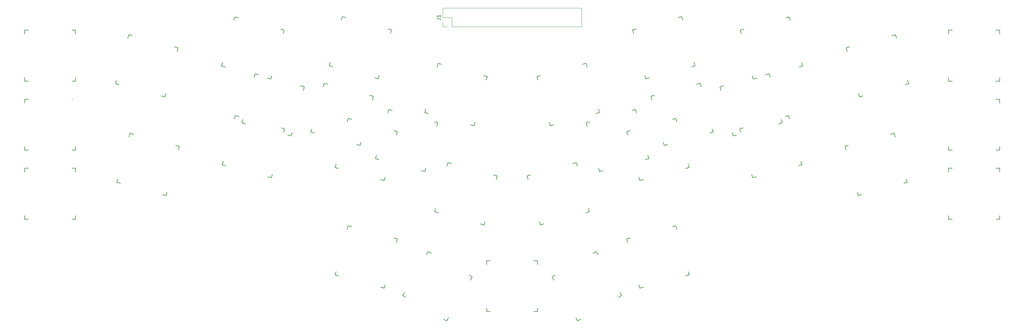
<source format=gto>
%TF.GenerationSoftware,KiCad,Pcbnew,(5.1.10)-1*%
%TF.CreationDate,2022-02-26T14:39:07-08:00*%
%TF.ProjectId,keefighter,6b656566-6967-4687-9465-722e6b696361,rev?*%
%TF.SameCoordinates,Original*%
%TF.FileFunction,Legend,Top*%
%TF.FilePolarity,Positive*%
%FSLAX46Y46*%
G04 Gerber Fmt 4.6, Leading zero omitted, Abs format (unit mm)*
G04 Created by KiCad (PCBNEW (5.1.10)-1) date 2022-02-26 14:39:07*
%MOMM*%
%LPD*%
G01*
G04 APERTURE LIST*
%ADD10C,0.120000*%
%ADD11C,0.150000*%
%ADD12C,2.501900*%
%ADD13C,7.001300*%
%ADD14C,7.000240*%
%ADD15C,1.000000*%
%ADD16C,4.400000*%
%ADD17C,0.650000*%
%ADD18O,1.000000X2.100000*%
%ADD19O,1.000000X1.600000*%
%ADD20R,1.700000X1.700000*%
%ADD21O,1.700000X1.700000*%
%ADD22C,3.000000*%
%ADD23C,3.429000*%
%ADD24C,1.701800*%
%ADD25C,0.900000*%
G04 APERTURE END LIST*
D10*
X228126854Y-104715684D02*
X228126854Y-99515684D01*
X192506854Y-104715684D02*
X228126854Y-104715684D01*
X189906854Y-99515684D02*
X228126854Y-99515684D01*
X192506854Y-104715684D02*
X192506854Y-102115684D01*
X192506854Y-102115684D02*
X189906854Y-102115684D01*
X189906854Y-102115684D02*
X189906854Y-99515684D01*
X191236854Y-104715684D02*
X189906854Y-104715684D01*
X189906854Y-104715684D02*
X189906854Y-103385684D01*
D11*
X226651298Y-142115353D02*
X225685373Y-142374172D01*
X226651298Y-142115353D02*
X226910118Y-143081279D01*
X229308839Y-155897134D02*
X230274765Y-155638314D01*
X230274765Y-155638314D02*
X229308839Y-155897134D01*
X230015946Y-154672389D02*
X230274765Y-155638314D01*
X216751804Y-159261781D02*
X216492984Y-158295855D01*
X214094263Y-145480000D02*
X213128337Y-145738820D01*
X216751804Y-159261781D02*
X217717729Y-159002962D01*
X213387156Y-146704745D02*
X213128337Y-145738820D01*
X269751441Y-134767465D02*
X270717366Y-134508646D01*
X269751441Y-134767465D02*
X269492621Y-133801539D01*
X267093900Y-120985684D02*
X266127974Y-121244504D01*
X266127974Y-121244504D02*
X267093900Y-120985684D01*
X266386793Y-122210429D02*
X266127974Y-121244504D01*
X279650935Y-117621037D02*
X279909755Y-118586963D01*
X282308476Y-131402818D02*
X283274402Y-131143998D01*
X279650935Y-117621037D02*
X278685010Y-117879856D01*
X283015583Y-130178073D02*
X283274402Y-131143998D01*
X250781212Y-137387248D02*
X251747137Y-137128429D01*
X250781212Y-137387248D02*
X250522392Y-136421322D01*
X248123671Y-123605467D02*
X247157745Y-123864287D01*
X247157745Y-123864287D02*
X248123671Y-123605467D01*
X247416564Y-124830212D02*
X247157745Y-123864287D01*
X260680706Y-120240820D02*
X260939526Y-121206746D01*
X263338247Y-134022601D02*
X264304173Y-133763781D01*
X260680706Y-120240820D02*
X259714781Y-120499639D01*
X264045354Y-132797856D02*
X264304173Y-133763781D01*
X233042161Y-144598843D02*
X234008086Y-144340024D01*
X233042161Y-144598843D02*
X232783341Y-143632917D01*
X230384620Y-130817062D02*
X229418694Y-131075882D01*
X229418694Y-131075882D02*
X230384620Y-130817062D01*
X229677513Y-132041807D02*
X229418694Y-131075882D01*
X242941655Y-127452415D02*
X243200475Y-128418341D01*
X245599196Y-141234196D02*
X246565122Y-140975376D01*
X242941655Y-127452415D02*
X241975730Y-127711234D01*
X246306303Y-140009451D02*
X246565122Y-140975376D01*
X171468884Y-140975376D02*
X172434810Y-141234196D01*
X171468884Y-140975376D02*
X171727703Y-140009451D01*
X176058276Y-127711234D02*
X175092351Y-127452415D01*
X175092351Y-127452415D02*
X176058276Y-127711234D01*
X174833531Y-128418341D02*
X175092351Y-127452415D01*
X188615312Y-131075882D02*
X188356493Y-132041807D01*
X184025920Y-144340024D02*
X184991845Y-144598843D01*
X188615312Y-131075882D02*
X187649386Y-130817062D01*
X185250665Y-143632917D02*
X184991845Y-144598843D01*
X153729833Y-133763781D02*
X154695759Y-134022601D01*
X153729833Y-133763781D02*
X153988652Y-132797856D01*
X158319225Y-120499639D02*
X157353300Y-120240820D01*
X157353300Y-120240820D02*
X158319225Y-120499639D01*
X157094480Y-121206746D02*
X157353300Y-120240820D01*
X170876261Y-123864287D02*
X170617442Y-124830212D01*
X166286869Y-137128429D02*
X167252794Y-137387248D01*
X170876261Y-123864287D02*
X169910335Y-123605467D01*
X167511614Y-136421322D02*
X167252794Y-137387248D01*
X134759604Y-131143998D02*
X135725530Y-131402818D01*
X134759604Y-131143998D02*
X135018423Y-130178073D01*
X139348996Y-117879856D02*
X138383071Y-117621037D01*
X138383071Y-117621037D02*
X139348996Y-117879856D01*
X138124251Y-118586963D02*
X138383071Y-117621037D01*
X151906032Y-121244504D02*
X151647213Y-122210429D01*
X147316640Y-134508646D02*
X148282565Y-134767465D01*
X151906032Y-121244504D02*
X150940106Y-120985684D01*
X148541385Y-133801539D02*
X148282565Y-134767465D01*
X342981469Y-143652224D02*
X341981469Y-143652224D01*
X342981469Y-143652224D02*
X342981469Y-144652224D01*
X341981469Y-157652224D02*
X342981469Y-157652224D01*
X342981469Y-157652224D02*
X341981469Y-157652224D01*
X342981469Y-156652224D02*
X342981469Y-157652224D01*
X328981469Y-157652224D02*
X328981469Y-156652224D01*
X329981469Y-143652224D02*
X328981469Y-143652224D01*
X328981469Y-157652224D02*
X329981469Y-157652224D01*
X328981469Y-144652224D02*
X328981469Y-143652224D01*
X244145976Y-176651184D02*
X245111901Y-176392365D01*
X244145976Y-176651184D02*
X243887156Y-175685258D01*
X241488435Y-162869403D02*
X240522509Y-163128223D01*
X240522509Y-163128223D02*
X241488435Y-162869403D01*
X240781328Y-164094148D02*
X240522509Y-163128223D01*
X254045470Y-159504756D02*
X254304290Y-160470682D01*
X256703011Y-173286537D02*
X257668937Y-173027717D01*
X254045470Y-159504756D02*
X253079545Y-159763575D01*
X257410118Y-172061792D02*
X257668937Y-173027717D01*
X226986187Y-185683390D02*
X227852213Y-185183390D01*
X226986187Y-185683390D02*
X226486187Y-184817364D01*
X220852213Y-173059034D02*
X219986187Y-173559034D01*
X219986187Y-173559034D02*
X220852213Y-173059034D01*
X220486187Y-174425060D02*
X219986187Y-173559034D01*
X232110543Y-166559034D02*
X232610543Y-167425060D01*
X238244517Y-179183390D02*
X239110543Y-178683390D01*
X232110543Y-166559034D02*
X231244517Y-167059034D01*
X238610543Y-177817364D02*
X239110543Y-178683390D01*
X202016703Y-183121651D02*
X203016703Y-183121651D01*
X202016703Y-183121651D02*
X202016703Y-182121651D01*
X203016703Y-169121651D02*
X202016703Y-169121651D01*
X202016703Y-169121651D02*
X203016703Y-169121651D01*
X202016703Y-170121651D02*
X202016703Y-169121651D01*
X216016703Y-169121651D02*
X216016703Y-170121651D01*
X215016703Y-183121651D02*
X216016703Y-183121651D01*
X216016703Y-169121651D02*
X215016703Y-169121651D01*
X216016703Y-182121651D02*
X216016703Y-183121651D01*
X178922863Y-178683536D02*
X179788889Y-179183536D01*
X178922863Y-178683536D02*
X179422863Y-177817510D01*
X186788889Y-167059180D02*
X185922863Y-166559180D01*
X185922863Y-166559180D02*
X186788889Y-167059180D01*
X185422863Y-167425206D02*
X185922863Y-166559180D01*
X198047219Y-173559180D02*
X197547219Y-174425206D01*
X190181193Y-185183536D02*
X191047219Y-185683536D01*
X198047219Y-173559180D02*
X197181193Y-173059180D01*
X191547219Y-184817510D02*
X191047219Y-185683536D01*
X160365069Y-173027717D02*
X161330995Y-173286537D01*
X160365069Y-173027717D02*
X160623888Y-172061792D01*
X164954461Y-159763575D02*
X163988536Y-159504756D01*
X163988536Y-159504756D02*
X164954461Y-159763575D01*
X163729716Y-160470682D02*
X163988536Y-159504756D01*
X177511497Y-163128223D02*
X177252678Y-164094148D01*
X172922105Y-176392365D02*
X173888030Y-176651184D01*
X177511497Y-163128223D02*
X176545571Y-162869403D01*
X174146850Y-175685258D02*
X173888030Y-176651184D01*
X75052044Y-157652024D02*
X76052044Y-157652024D01*
X75052044Y-157652024D02*
X75052044Y-156652024D01*
X76052044Y-143652024D02*
X75052044Y-143652024D01*
X75052044Y-143652024D02*
X76052044Y-143652024D01*
X75052044Y-144652024D02*
X75052044Y-143652024D01*
X89052044Y-143652024D02*
X89052044Y-144652024D01*
X88052044Y-157652024D02*
X89052044Y-157652024D01*
X89052044Y-143652024D02*
X88052044Y-143652024D01*
X89052044Y-156652024D02*
X89052044Y-157652024D01*
X328981469Y-138652224D02*
X329981469Y-138652224D01*
X328981469Y-138652224D02*
X328981469Y-137652224D01*
X329981469Y-124652224D02*
X328981469Y-124652224D01*
X328981469Y-124652224D02*
X329981469Y-124652224D01*
X328981469Y-125652224D02*
X328981469Y-124652224D01*
X342981469Y-124652224D02*
X342981469Y-125652224D01*
X341981469Y-138652224D02*
X342981469Y-138652224D01*
X342981469Y-124652224D02*
X341981469Y-124652224D01*
X342981469Y-137652224D02*
X342981469Y-138652224D01*
X304121329Y-151171919D02*
X305087254Y-150913100D01*
X304121329Y-151171919D02*
X303862509Y-150205993D01*
X301463788Y-137390138D02*
X300497862Y-137648958D01*
X300497862Y-137648958D02*
X301463788Y-137390138D01*
X300756681Y-138614883D02*
X300497862Y-137648958D01*
X314020823Y-134025491D02*
X314279643Y-134991417D01*
X316678364Y-147807272D02*
X317644290Y-147548452D01*
X314020823Y-134025491D02*
X313054898Y-134284310D01*
X317385471Y-146582527D02*
X317644290Y-147548452D01*
X285049165Y-129150676D02*
X284083240Y-129409495D01*
X285049165Y-129150676D02*
X285307985Y-130116602D01*
X287706706Y-142932457D02*
X288672632Y-142673637D01*
X288672632Y-142673637D02*
X287706706Y-142932457D01*
X288413813Y-141707712D02*
X288672632Y-142673637D01*
X275149671Y-146297104D02*
X274890851Y-145331178D01*
X272492130Y-132515323D02*
X271526204Y-132774143D01*
X275149671Y-146297104D02*
X276115596Y-146038285D01*
X271785023Y-133740068D02*
X271526204Y-132774143D01*
X254049220Y-129909895D02*
X253083295Y-130168714D01*
X254049220Y-129909895D02*
X254308040Y-130875821D01*
X256706761Y-143691676D02*
X257672687Y-143432856D01*
X257672687Y-143432856D02*
X256706761Y-143691676D01*
X257413868Y-142466931D02*
X257672687Y-143432856D01*
X244149726Y-147056323D02*
X243890906Y-146090397D01*
X241492185Y-133274542D02*
X240526259Y-133533362D01*
X244149726Y-147056323D02*
X245115651Y-146797504D01*
X240785078Y-134499287D02*
X240526259Y-133533362D01*
X204905669Y-145738820D02*
X203939743Y-145480000D01*
X204905669Y-145738820D02*
X204646850Y-146704745D01*
X200316277Y-159002962D02*
X201282202Y-159261781D01*
X201282202Y-159261781D02*
X200316277Y-159002962D01*
X201541022Y-158295855D02*
X201282202Y-159261781D01*
X187759241Y-155638314D02*
X188018060Y-154672389D01*
X192348633Y-142374172D02*
X191382708Y-142115353D01*
X187759241Y-155638314D02*
X188725167Y-155897134D01*
X191123888Y-143081279D02*
X191382708Y-142115353D01*
X177507747Y-133533362D02*
X176541821Y-133274542D01*
X177507747Y-133533362D02*
X177248928Y-134499287D01*
X172918355Y-146797504D02*
X173884280Y-147056323D01*
X173884280Y-147056323D02*
X172918355Y-146797504D01*
X174143100Y-146090397D02*
X173884280Y-147056323D01*
X160361319Y-143432856D02*
X160620138Y-142466931D01*
X164950711Y-130168714D02*
X163984786Y-129909895D01*
X160361319Y-143432856D02*
X161327245Y-143691676D01*
X163725966Y-130875821D02*
X163984786Y-129909895D01*
X146507802Y-132774143D02*
X145541876Y-132515323D01*
X146507802Y-132774143D02*
X146248983Y-133740068D01*
X141918410Y-146038285D02*
X142884335Y-146297104D01*
X142884335Y-146297104D02*
X141918410Y-146038285D01*
X143143155Y-145331178D02*
X142884335Y-146297104D01*
X129361374Y-142673637D02*
X129620193Y-141707712D01*
X133950766Y-129409495D02*
X132984841Y-129150676D01*
X129361374Y-142673637D02*
X130327300Y-142932457D01*
X132726021Y-130116602D02*
X132984841Y-129150676D01*
X100389716Y-147548452D02*
X101355642Y-147807272D01*
X100389716Y-147548452D02*
X100648535Y-146582527D01*
X104979108Y-134284310D02*
X104013183Y-134025491D01*
X104013183Y-134025491D02*
X104979108Y-134284310D01*
X103754363Y-134991417D02*
X104013183Y-134025491D01*
X117536144Y-137648958D02*
X117277325Y-138614883D01*
X112946752Y-150913100D02*
X113912677Y-151171919D01*
X117536144Y-137648958D02*
X116570218Y-137390138D01*
X114171497Y-150205993D02*
X113912677Y-151171919D01*
X89052044Y-124652024D02*
X88052044Y-124652024D01*
X89052044Y-124652024D02*
X89052044Y-125652024D01*
X88052044Y-138652024D02*
X89052044Y-138652024D01*
X89052044Y-138652024D02*
X88052044Y-138652024D01*
X89052044Y-137652024D02*
X89052044Y-138652024D01*
X75052044Y-138652024D02*
X75052044Y-137652024D01*
X76052044Y-124652024D02*
X75052044Y-124652024D01*
X75052044Y-138652024D02*
X76052044Y-138652024D01*
X75052044Y-125652024D02*
X75052044Y-124652024D01*
X328981469Y-119652224D02*
X329981469Y-119652224D01*
X328981469Y-119652224D02*
X328981469Y-118652224D01*
X329981469Y-105652224D02*
X328981469Y-105652224D01*
X328981469Y-105652224D02*
X329981469Y-105652224D01*
X328981469Y-106652224D02*
X328981469Y-105652224D01*
X342981469Y-105652224D02*
X342981469Y-106652224D01*
X341981469Y-119652224D02*
X342981469Y-119652224D01*
X342981469Y-105652224D02*
X341981469Y-105652224D01*
X342981469Y-118652224D02*
X342981469Y-119652224D01*
X304480318Y-123998357D02*
X305446243Y-123739538D01*
X304480318Y-123998357D02*
X304221498Y-123032431D01*
X301822777Y-110216576D02*
X300856851Y-110475396D01*
X300856851Y-110475396D02*
X301822777Y-110216576D01*
X301115670Y-111441321D02*
X300856851Y-110475396D01*
X314379812Y-106851929D02*
X314638632Y-107817855D01*
X317037353Y-120633710D02*
X318003279Y-120374890D01*
X314379812Y-106851929D02*
X313413887Y-107110748D01*
X317744460Y-119408965D02*
X318003279Y-120374890D01*
X275319008Y-119121644D02*
X276284933Y-118862825D01*
X275319008Y-119121644D02*
X275060188Y-118155718D01*
X272661467Y-105339863D02*
X271695541Y-105598683D01*
X271695541Y-105598683D02*
X272661467Y-105339863D01*
X271954360Y-106564608D02*
X271695541Y-105598683D01*
X285218502Y-101975216D02*
X285477322Y-102941142D01*
X287876043Y-115756997D02*
X288841969Y-115498177D01*
X285218502Y-101975216D02*
X284252577Y-102234035D01*
X288583150Y-114532252D02*
X288841969Y-115498177D01*
X245756822Y-119035137D02*
X246722747Y-118776318D01*
X245756822Y-119035137D02*
X245498002Y-118069211D01*
X243099281Y-105253356D02*
X242133355Y-105512176D01*
X242133355Y-105512176D02*
X243099281Y-105253356D01*
X242392174Y-106478101D02*
X242133355Y-105512176D01*
X255656316Y-101888709D02*
X255915136Y-102854635D01*
X258313857Y-115670490D02*
X259279783Y-115411670D01*
X255656316Y-101888709D02*
X254690391Y-102147528D01*
X259020964Y-114445745D02*
X259279783Y-115411670D01*
X219479030Y-131926335D02*
X220444955Y-131667516D01*
X219479030Y-131926335D02*
X219220210Y-130960409D01*
X216821489Y-118144554D02*
X215855563Y-118403374D01*
X215855563Y-118403374D02*
X216821489Y-118144554D01*
X216114382Y-119369299D02*
X215855563Y-118403374D01*
X229378524Y-114779907D02*
X229637344Y-115745833D01*
X232036065Y-128561688D02*
X233001991Y-128302868D01*
X229378524Y-114779907D02*
X228412599Y-115038726D01*
X232743172Y-127336943D02*
X233001991Y-128302868D01*
X185032015Y-128302868D02*
X185997941Y-128561688D01*
X185032015Y-128302868D02*
X185290834Y-127336943D01*
X189621407Y-115038726D02*
X188655482Y-114779907D01*
X188655482Y-114779907D02*
X189621407Y-115038726D01*
X188396662Y-115745833D02*
X188655482Y-114779907D01*
X202178443Y-118403374D02*
X201919624Y-119369299D01*
X197589051Y-131667516D02*
X198554976Y-131926335D01*
X202178443Y-118403374D02*
X201212517Y-118144554D01*
X198813796Y-130960409D02*
X198554976Y-131926335D01*
X158754223Y-115411670D02*
X159720149Y-115670490D01*
X158754223Y-115411670D02*
X159013042Y-114445745D01*
X163343615Y-102147528D02*
X162377690Y-101888709D01*
X162377690Y-101888709D02*
X163343615Y-102147528D01*
X162118870Y-102854635D02*
X162377690Y-101888709D01*
X175900651Y-105512176D02*
X175641832Y-106478101D01*
X171311259Y-118776318D02*
X172277184Y-119035137D01*
X175900651Y-105512176D02*
X174934725Y-105253356D01*
X172536004Y-118069211D02*
X172277184Y-119035137D01*
X129192037Y-115498177D02*
X130157963Y-115756997D01*
X129192037Y-115498177D02*
X129450856Y-114532252D01*
X133781429Y-102234035D02*
X132815504Y-101975216D01*
X132815504Y-101975216D02*
X133781429Y-102234035D01*
X132556684Y-102941142D02*
X132815504Y-101975216D01*
X146338465Y-105598683D02*
X146079646Y-106564608D01*
X141749073Y-118862825D02*
X142714998Y-119121644D01*
X146338465Y-105598683D02*
X145372539Y-105339863D01*
X142973818Y-118155718D02*
X142714998Y-119121644D01*
X100030727Y-120374890D02*
X100996653Y-120633710D01*
X100030727Y-120374890D02*
X100289546Y-119408965D01*
X104620119Y-107110748D02*
X103654194Y-106851929D01*
X103654194Y-106851929D02*
X104620119Y-107110748D01*
X103395374Y-107817855D02*
X103654194Y-106851929D01*
X117177155Y-110475396D02*
X116918336Y-111441321D01*
X112587763Y-123739538D02*
X113553688Y-123998357D01*
X117177155Y-110475396D02*
X116211229Y-110216576D01*
X113812508Y-123032431D02*
X113553688Y-123998357D01*
X89052044Y-105652024D02*
X88052044Y-105652024D01*
X89052044Y-105652024D02*
X89052044Y-106652024D01*
X88052044Y-119652024D02*
X89052044Y-119652024D01*
X89052044Y-119652024D02*
X88052044Y-119652024D01*
X89052044Y-118652024D02*
X89052044Y-119652024D01*
X75052044Y-119652024D02*
X75052044Y-118652024D01*
X76052044Y-105652024D02*
X75052044Y-105652024D01*
X75052044Y-119652024D02*
X76052044Y-119652024D01*
X75052044Y-106652024D02*
X75052044Y-105652024D01*
X188359234Y-102449017D02*
X189073520Y-102449017D01*
X189216377Y-102496636D01*
X189311615Y-102591874D01*
X189359234Y-102734731D01*
X189359234Y-102829969D01*
X189359234Y-101449017D02*
X189359234Y-102020445D01*
X189359234Y-101734731D02*
X188359234Y-101734731D01*
X188502092Y-101829969D01*
X188597330Y-101925207D01*
X188644949Y-102020445D01*
%LPC*%
D12*
X66517003Y-156267490D02*
X70317003Y-156267490D01*
X66517003Y-150965590D02*
X70317003Y-150965590D01*
X347717003Y-156267490D02*
X351567003Y-156267490D01*
X347717003Y-150965590D02*
X351517003Y-150965590D01*
X345066053Y-153616540D02*
G75*
G02*
X347717003Y-150965590I2650950J0D01*
G01*
X347717003Y-156267490D02*
G75*
G02*
X345066053Y-153616540I0J2650950D01*
G01*
X72967953Y-153616540D02*
G75*
G03*
X70317003Y-150965590I-2650950J0D01*
G01*
X70317003Y-156267490D02*
G75*
G03*
X72967953Y-153616540I0J2650950D01*
G01*
D13*
X91717003Y-125016540D03*
D14*
X257017003Y-182316540D03*
X326567003Y-125016540D03*
D15*
X91717003Y-122716540D03*
X89417003Y-125016540D03*
X94017003Y-125016540D03*
X91717003Y-127316540D03*
X90090657Y-123390194D03*
X93343349Y-123390194D03*
X90090657Y-126642886D03*
X93343349Y-126642886D03*
X326567003Y-122716540D03*
X326567003Y-127316540D03*
X327767003Y-127316540D03*
X325367003Y-127316540D03*
X325367003Y-122716540D03*
X327767003Y-122699540D03*
X257017003Y-180016540D03*
X257017003Y-184616540D03*
X258217003Y-180016540D03*
X255817003Y-180016540D03*
X255817003Y-184616540D03*
X258217003Y-184616540D03*
X72917003Y-153616540D03*
X70317003Y-151016540D03*
X70317003Y-156216540D03*
X72155481Y-151778062D03*
X72155481Y-155455018D03*
X68274968Y-151016540D03*
X68274968Y-156216540D03*
X345117003Y-153616540D03*
X345878525Y-151778062D03*
X347717003Y-151016540D03*
X349759038Y-151016540D03*
X349759038Y-156216540D03*
X347717003Y-156216540D03*
X345878525Y-155455018D03*
D16*
X346517237Y-186716430D03*
X291091534Y-186716431D03*
X235665831Y-186716431D03*
X182368175Y-186716430D03*
X126942325Y-186716430D03*
X71516476Y-186716430D03*
X71516510Y-102116490D03*
X126942343Y-102116303D03*
X182368175Y-102116115D03*
X235665898Y-102116115D03*
X291091450Y-102116403D03*
X346517003Y-102116691D03*
D17*
X87606904Y-101366690D03*
X81826904Y-101366690D03*
D18*
X80396904Y-101896690D03*
X89036904Y-101896690D03*
D19*
X80396904Y-97716690D03*
X89036904Y-97716690D03*
D20*
X191236854Y-103385684D03*
D21*
X191236854Y-100845684D03*
X193776854Y-103385684D03*
X193776854Y-100845684D03*
X196316854Y-103385684D03*
X196316854Y-100845684D03*
X198856854Y-103385684D03*
X198856854Y-100845684D03*
X201396854Y-103385684D03*
X201396854Y-100845684D03*
X203936854Y-103385684D03*
X203936854Y-100845684D03*
X206476854Y-103385684D03*
X206476854Y-100845684D03*
X209016854Y-103385684D03*
X209016854Y-100845684D03*
X211556854Y-103385684D03*
X211556854Y-100845684D03*
X214096854Y-103385684D03*
X214096854Y-100845684D03*
X216636854Y-103385684D03*
X216636854Y-100845684D03*
X219176854Y-103385684D03*
X219176854Y-100845684D03*
X221716854Y-103385684D03*
X221716854Y-100845684D03*
X224256854Y-103385684D03*
X224256854Y-100845684D03*
X226796854Y-103385684D03*
X226796854Y-100845684D03*
D22*
X223241524Y-156435826D03*
D23*
X221701551Y-150688567D03*
D22*
X217842493Y-155604884D03*
D24*
X227014143Y-149265062D03*
X216388959Y-152112072D03*
D22*
X273161215Y-120446992D03*
D23*
X274701188Y-126194251D03*
D22*
X278560246Y-121277934D03*
D24*
X269388596Y-127617756D03*
X280013780Y-124770746D03*
D22*
X254190986Y-123066775D03*
D23*
X255730959Y-128814034D03*
D22*
X259590017Y-123897717D03*
D24*
X250418367Y-130237539D03*
X261043551Y-127390529D03*
D22*
X236451935Y-130278370D03*
D23*
X237991908Y-136025629D03*
D22*
X241850966Y-131109312D03*
D24*
X232679316Y-137449134D03*
X243304500Y-134602124D03*
D22*
X181582071Y-130278370D03*
D23*
X180042098Y-136025629D03*
D22*
X185842299Y-133697502D03*
D24*
X174729506Y-134602124D03*
X185354690Y-137449134D03*
D22*
X163843020Y-123066775D03*
D23*
X162303047Y-128814034D03*
D22*
X168103248Y-126485907D03*
D24*
X156990455Y-127390529D03*
X167615639Y-130237539D03*
D22*
X144872791Y-120446992D03*
D23*
X143332818Y-126194251D03*
D22*
X149133019Y-123866124D03*
D24*
X138020226Y-124770746D03*
X148645410Y-127617756D03*
D22*
X335981469Y-156602224D03*
D23*
X335981469Y-150652224D03*
D22*
X330981469Y-154402224D03*
D24*
X341481469Y-150652224D03*
X330481469Y-150652224D03*
D22*
X247555750Y-162330711D03*
D23*
X249095723Y-168077970D03*
D22*
X252954781Y-163161653D03*
D24*
X243783131Y-169501475D03*
X254408315Y-166654465D03*
D22*
X226573365Y-170968361D03*
D23*
X229548365Y-176121212D03*
D22*
X232003492Y-170373617D03*
D24*
X224785225Y-178871212D03*
X234311505Y-173371212D03*
D22*
X209016703Y-170171651D03*
D23*
X209016703Y-176121651D03*
D22*
X214016703Y-172371651D03*
D24*
X203516703Y-176121651D03*
X214516703Y-176121651D03*
D22*
X191460041Y-170968507D03*
D23*
X188485041Y-176121358D03*
D22*
X194690168Y-175373763D03*
D24*
X183721901Y-173371358D03*
X193248181Y-178871358D03*
D22*
X170478256Y-162330711D03*
D23*
X168938283Y-168077970D03*
D22*
X174738484Y-165749843D03*
D24*
X163625691Y-166654465D03*
X174250875Y-169501475D03*
D22*
X82052044Y-144702024D03*
D23*
X82052044Y-150652024D03*
D22*
X87052044Y-146902024D03*
D24*
X76552044Y-150652024D03*
X87552044Y-150652024D03*
D22*
X335981469Y-125702224D03*
D23*
X335981469Y-131652224D03*
D22*
X340981469Y-127902224D03*
D24*
X330481469Y-131652224D03*
X341481469Y-131652224D03*
D22*
X307531103Y-136851446D03*
D23*
X309071076Y-142598705D03*
D22*
X312930134Y-137682388D03*
D24*
X303758484Y-144022210D03*
X314383668Y-141175200D03*
D22*
X281639391Y-143471149D03*
D23*
X280099418Y-137723890D03*
D22*
X276240360Y-142640207D03*
D24*
X285412010Y-136300385D03*
X274786826Y-139147395D03*
D22*
X250639446Y-144230368D03*
D23*
X249099473Y-138483109D03*
D22*
X245240415Y-143399426D03*
D24*
X254412065Y-137059604D03*
X243786881Y-139906614D03*
D22*
X194792482Y-156435826D03*
D23*
X196332455Y-150688567D03*
D22*
X190532254Y-153016694D03*
D24*
X201645047Y-152112072D03*
X191019863Y-149265062D03*
D22*
X167394560Y-144230368D03*
D23*
X168934533Y-138483109D03*
D22*
X163134332Y-140811236D03*
D24*
X174247125Y-139906614D03*
X163621941Y-137059604D03*
D22*
X136394615Y-143471149D03*
D23*
X137934588Y-137723890D03*
D22*
X132134387Y-140052017D03*
D24*
X143247180Y-139147395D03*
X132621996Y-136300385D03*
D22*
X110502903Y-136851446D03*
D23*
X108962930Y-142598705D03*
D22*
X114763131Y-140270578D03*
D24*
X103650338Y-141175200D03*
X114275522Y-144022210D03*
D22*
X82052044Y-137602024D03*
D23*
X82052044Y-131652024D03*
D22*
X77052044Y-135402024D03*
D24*
X87552044Y-131652024D03*
X76552044Y-131652024D03*
D22*
X335981469Y-106702224D03*
D23*
X335981469Y-112652224D03*
D22*
X340981469Y-108902224D03*
D24*
X330481469Y-112652224D03*
X341481469Y-112652224D03*
D22*
X307890092Y-109677884D03*
D23*
X309430065Y-115425143D03*
D22*
X313289123Y-110508826D03*
D24*
X304117473Y-116848648D03*
X314742657Y-114001638D03*
D22*
X278728782Y-104801171D03*
D23*
X280268755Y-110548430D03*
D22*
X284127813Y-105632113D03*
D24*
X274956163Y-111971935D03*
X285581347Y-109124925D03*
D22*
X249166596Y-104714664D03*
D23*
X250706569Y-110461923D03*
D22*
X254565627Y-105545606D03*
D24*
X245393977Y-111885428D03*
X256019161Y-109038418D03*
D22*
X222888804Y-117605862D03*
D23*
X224428777Y-123353121D03*
D22*
X228287835Y-118436804D03*
D24*
X219116185Y-124776626D03*
X229741369Y-121929616D03*
D22*
X195145202Y-117605862D03*
D23*
X193605229Y-123353121D03*
D22*
X199405430Y-121024994D03*
D24*
X188292637Y-121929616D03*
X198917821Y-124776626D03*
D22*
X168867410Y-104714664D03*
D23*
X167327437Y-110461923D03*
D22*
X173127638Y-108133796D03*
D24*
X162014845Y-109038418D03*
X172640029Y-111885428D03*
D22*
X139305224Y-104801171D03*
D23*
X137765251Y-110548430D03*
D22*
X143565452Y-108220303D03*
D24*
X132452659Y-109124925D03*
X143077843Y-111971935D03*
D22*
X110143914Y-109677884D03*
D23*
X108603941Y-115425143D03*
D22*
X114404142Y-113097016D03*
D24*
X103291349Y-114001638D03*
X113916533Y-116848648D03*
D22*
X82052044Y-118602024D03*
D23*
X82052044Y-112652024D03*
D22*
X77052044Y-116402024D03*
D24*
X87552044Y-112652024D03*
X76552044Y-112652024D03*
D25*
X94300000Y-140330000D03*
X97300000Y-140330000D03*
M02*

</source>
